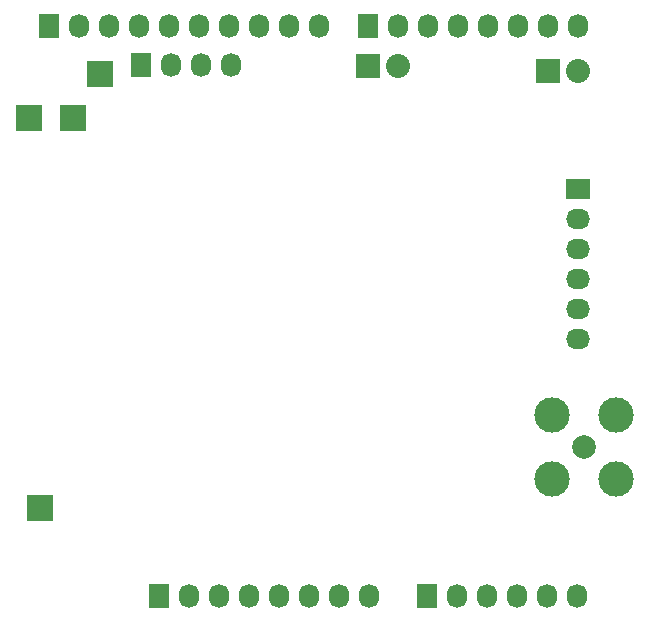
<source format=gbs>
G04 #@! TF.FileFunction,Soldermask,Bot*
%FSLAX46Y46*%
G04 Gerber Fmt 4.6, Leading zero omitted, Abs format (unit mm)*
G04 Created by KiCad (PCBNEW (2014-11-17 BZR 5289)-product) date Wed 21 Oct 2015 02:01:30 PM EDT*
%MOMM*%
G01*
G04 APERTURE LIST*
%ADD10C,0.100000*%
%ADD11C,1.998980*%
%ADD12C,3.000000*%
%ADD13R,2.032000X1.727200*%
%ADD14O,2.032000X1.727200*%
%ADD15R,1.727200X2.032000*%
%ADD16O,1.727200X2.032000*%
%ADD17R,2.032000X2.032000*%
%ADD18O,2.032000X2.032000*%
%ADD19R,2.235200X2.235200*%
G04 APERTURE END LIST*
D10*
D11*
X175018000Y-111255000D03*
D12*
X177718020Y-113955020D03*
X177718020Y-108554980D03*
X172317980Y-108554980D03*
X172317980Y-113955020D03*
D13*
X174498000Y-89365000D03*
D14*
X174498000Y-91905000D03*
X174498000Y-94445000D03*
X174498000Y-96985000D03*
X174498000Y-99525000D03*
X174498000Y-102065000D03*
D15*
X137498000Y-78865000D03*
D16*
X140038000Y-78865000D03*
X142578000Y-78865000D03*
X145118000Y-78865000D03*
D15*
X156748000Y-75615000D03*
D16*
X159288000Y-75615000D03*
X161828000Y-75615000D03*
X164368000Y-75615000D03*
X166908000Y-75615000D03*
X169448000Y-75615000D03*
X171988000Y-75615000D03*
X174528000Y-75615000D03*
D15*
X129748000Y-75615000D03*
D16*
X132288000Y-75615000D03*
X134828000Y-75615000D03*
X137368000Y-75615000D03*
X139908000Y-75615000D03*
X142448000Y-75615000D03*
X144988000Y-75615000D03*
X147528000Y-75615000D03*
X150068000Y-75615000D03*
X152608000Y-75615000D03*
D17*
X171998000Y-79365000D03*
D18*
X174538000Y-79365000D03*
D17*
X156698000Y-78965000D03*
D18*
X159238000Y-78965000D03*
D19*
X133998000Y-79615000D03*
X127998000Y-83365000D03*
X131748000Y-83365000D03*
D15*
X161748000Y-123865000D03*
D16*
X164288000Y-123865000D03*
X166828000Y-123865000D03*
X169368000Y-123865000D03*
X171908000Y-123865000D03*
X174448000Y-123865000D03*
D15*
X138998000Y-123865000D03*
D16*
X141538000Y-123865000D03*
X144078000Y-123865000D03*
X146618000Y-123865000D03*
X149158000Y-123865000D03*
X151698000Y-123865000D03*
X154238000Y-123865000D03*
X156778000Y-123865000D03*
D19*
X128998000Y-116365000D03*
M02*

</source>
